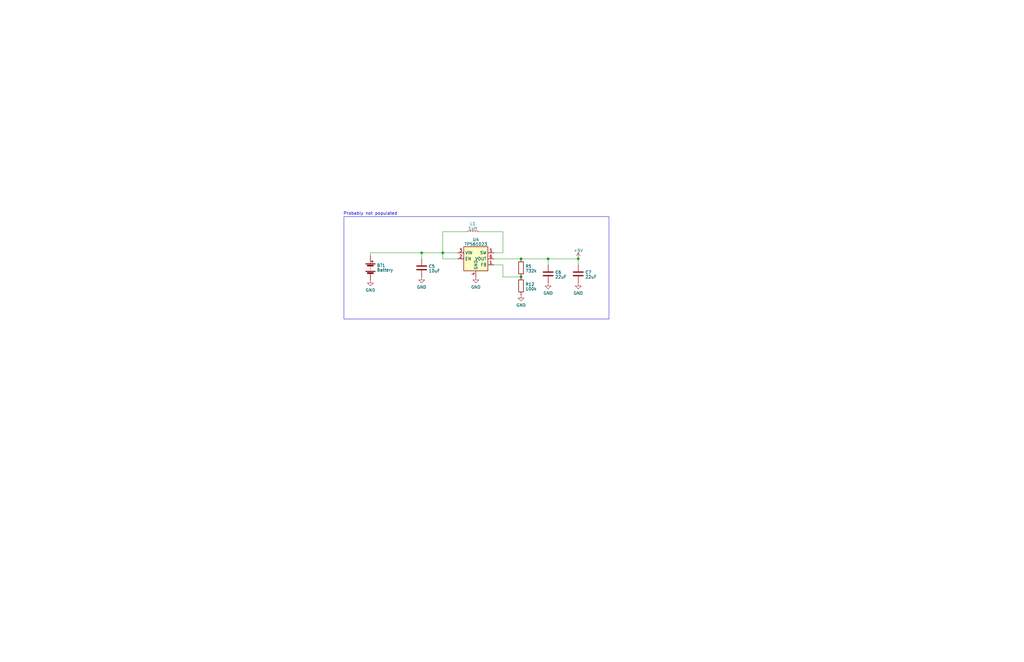
<source format=kicad_sch>
(kicad_sch (version 20230121) (generator eeschema)
  (paper "USLedger")
  (title_block (title "DC31 Syth Badge") (date "2023-05-25") (rev "1.0") (company "DCZia") (comment 1 "@hamster"))
  (lib_symbols
    (symbol "Device:Battery" (pin_numbers hide) (pin_names (offset 0) hide)
      (property "Reference" "BT" (at 2.54 2.54 0))
      (property "Value" "Battery" (at 2.54 0 0))
      (symbol "Battery_0_1"
        (rectangle (start -2.032 -1.397) (end 2.032 -1.651) (fill (type outline)))
        (rectangle (start -2.032 1.778) (end 2.032 1.524) (fill (type outline)))
        (rectangle (start -1.3208 -1.9812) (end 1.27 -2.4892) (fill (type outline)))
        (rectangle (start -1.3208 1.1938) (end 1.27 0.6858) (fill (type outline)))
        (polyline (pts (xy 0 -1.524) (xy 0 -1.27)))
        (polyline (pts (xy 0 -1.016) (xy 0 -0.762)))
        (polyline (pts (xy 0 -0.508) (xy 0 -0.254)))
        (polyline (pts (xy 0 0) (xy 0 0.254)))
        (polyline (pts (xy 0 0.508) (xy 0 0.762)))
        (polyline (pts (xy 0 1.778) (xy 0 2.54)))
        (polyline (pts (xy 0.254 2.667) (xy 1.27 2.667)) (stroke (width 0.254)))
        (polyline (pts (xy 0.762 3.175) (xy 0.762 2.159)) (stroke (width 0.254)))
      )
      (symbol "Battery_1_1"
        (pin passive line (at 0 5.08 270) (length 2.54) (name "+") (number "1"))
        (pin passive line (at 0 -5.08 90) (length 2.54) (name "-") (number "2"))
      )
    )
    (symbol "Device:C" (pin_numbers hide) (pin_names (offset 0.254))
      (property "Reference" "C" (at 0.635 2.54 0))
      (property "Value" "C" (at 0.635 -2.54 0))
      (symbol "C_0_1"
        (polyline (pts (xy -2.032 -0.762) (xy 2.032 -0.762)) (stroke (width 0.508)))
        (polyline (pts (xy -2.032 0.762) (xy 2.032 0.762)) (stroke (width 0.508)))
      )
      (symbol "C_1_1"
        (pin passive line (at 0 3.81 270) (length 2.794) (name "~") (number "1"))
        (pin passive line (at 0 -3.81 90) (length 2.794) (name "~") (number "2"))
      )
    )
    (symbol "Device:L_Small" (pin_numbers hide) (pin_names (offset 0.254) hide)
      (property "Reference" "L" (at 0.762 1.016 0))
      (property "Value" "L_Small" (at 0.762 -1.016 0))
      (symbol "L_Small_0_1"
        (arc (start 0 -2.032) (mid 0.5058 -1.524) (end 0 -1.016))
        (arc (start 0 -1.016) (mid 0.5058 -0.508) (end 0 0))
        (arc (start 0 0) (mid 0.5058 0.508) (end 0 1.016))
        (arc (start 0 1.016) (mid 0.5058 1.524) (end 0 2.032))
      )
      (symbol "L_Small_1_1"
        (pin passive line (at 0 2.54 270) (length 0.508) (name "~") (number "1"))
        (pin passive line (at 0 -2.54 90) (length 0.508) (name "~") (number "2"))
      )
    )
    (symbol "Device:R" (pin_numbers hide) (pin_names (offset 0))
      (property "Reference" "R" (at 2.032 0 90))
      (property "Value" "R" (at 0 0 90))
      (symbol "R_0_1"
        (rectangle (start -1.016 -2.54) (end 1.016 2.54) (stroke (width 0.254)))
      )
      (symbol "R_1_1"
        (pin passive line (at 0 3.81 270) (length 1.27) (name "~") (number "1"))
        (pin passive line (at 0 -3.81 90) (length 1.27) (name "~") (number "2"))
      )
    )
    (symbol "TPS61023:TPS61023"
      (property "Reference" "U" (at -5.08 6.35 0))
      (property "Value" "TPS61023" (at 0 6.35 0))
      (symbol "TPS61023_0_1"
        (rectangle (start -5.08 5.08) (end 5.08 -5.08) (stroke (width 0.254)) (fill (type background)))
      )
      (symbol "TPS61023_1_1"
        (pin input line (at 7.62 -2.54 180) (length 2.54) (name "FB") (number "1"))
        (pin input line (at -7.62 0 0) (length 2.54) (name "EN") (number "2"))
        (pin power_in line (at -7.62 2.54 0) (length 2.54) (name "VIN") (number "3"))
        (pin power_in line (at 0 -7.62 90) (length 2.54) (name "GND") (number "4"))
        (pin output line (at 7.62 2.54 180) (length 2.54) (name "SW") (number "5"))
        (pin power_out line (at 7.62 0 180) (length 2.54) (name "VOUT") (number "6"))
      )
    )
    (symbol "power:+5V" (power) (pin_names (offset 0))
      (property "Value" "+5V" (at 0 3.556 0))
      (symbol "+5V_0_1"
        (polyline (pts (xy -0.762 1.27) (xy 0 2.54)))
        (polyline (pts (xy 0 0) (xy 0 2.54)))
        (polyline (pts (xy 0 2.54) (xy 0.762 1.27)))
      )
      (symbol "+5V_1_1"
        (pin power_in line (at 0 0 90) (length 0) hide (name "+5V") (number "1"))
      )
    )
    (symbol "power:GND" (power) (pin_names (offset 0))
      (property "Value" "GND" (at 0 -3.81 0))
      (symbol "GND_0_1"
        (polyline (pts (xy 0 0) (xy 0 -1.27) (xy 1.27 -1.27) (xy 0 -2.54) (xy -1.27 -1.27) (xy 0 -1.27)))
      )
      (symbol "GND_1_1"
        (pin power_in line (at 0 0 270) (length 0) hide (name "GND") (number "1"))
      )
    )
  )
  (junction (at 231.14 109.22))
  (junction (at 219.71 109.22))
  (junction (at 243.84 109.22))
  (junction (at 219.71 116.84))
  (junction (at 186.69 106.68))
  (junction (at 177.8 106.68))
  (wire (pts (xy 212.09 106.68) (xy 208.28 106.68)))
  (wire (pts (xy 231.14 111.76) (xy 231.14 109.22)))
  (wire (pts (xy 193.04 109.22) (xy 186.69 109.22)))
  (wire (pts (xy 156.21 106.68) (xy 177.8 106.68)))
  (wire (pts (xy 201.93 97.79) (xy 212.09 97.79)))
  (wire (pts (xy 196.85 97.79) (xy 186.69 97.79)))
  (wire (pts (xy 186.69 109.22) (xy 186.69 106.68)))
  (wire (pts (xy 208.28 109.22) (xy 219.71 109.22)))
  (wire (pts (xy 212.09 116.84) (xy 219.71 116.84)))
  (wire (pts (xy 212.09 97.79) (xy 212.09 106.68)))
  (wire (pts (xy 186.69 97.79) (xy 186.69 106.68)))
  (wire (pts (xy 193.04 106.68) (xy 186.69 106.68)))
  (wire (pts (xy 243.84 109.22) (xy 231.14 109.22)))
  (wire (pts (xy 177.8 106.68) (xy 177.8 109.22)))
  (wire (pts (xy 231.14 109.22) (xy 219.71 109.22)))
  (wire (pts (xy 243.84 111.76) (xy 243.84 109.22)))
  (wire (pts (xy 212.09 111.76) (xy 212.09 116.84)))
  (wire (pts (xy 156.21 107.95) (xy 156.21 106.68)))
  (wire (pts (xy 186.69 106.68) (xy 177.8 106.68)))
  (wire (pts (xy 208.28 111.76) (xy 212.09 111.76)))
  (rectangle (start 145.034 91.44) (end 256.794 134.62))
  (text "Probably not populated" (at 144.78 90.932 0) (effects (font (size 1.27 1.27)) (justify left bottom)))
  (symbol (lib_id "power:+5V") (at 243.84 109.22 0) (unit 1)
    (property "Reference" "#PWR018" (effects hide))
    (property "Value" "+5V" (at 243.84 105.7181 0))
  )
  (symbol (lib_id "Device:C") (at 231.14 115.57 0) (unit 1)
    (property "Reference" "C6" (at 234.061 114.9263 0) (effects (justify left)))
    (property "Value" "22uF" (at 234.061 116.8473 0) (effects (justify left)))
  )
  (symbol (lib_id "Device:C") (at 177.8 113.03 0) (unit 1)
    (property "Reference" "C5" (at 180.721 112.3863 0) (effects (justify left)))
    (property "Value" "10uF" (at 180.721 114.3073 0) (effects (justify left)))
  )
  (symbol (lib_id "Device:C") (at 243.84 115.57 0) (unit 1)
    (property "Reference" "C7" (at 246.761 114.9263 0) (effects (justify left)))
    (property "Value" "22uF" (at 246.761 116.8473 0) (effects (justify left)))
  )
  (symbol (lib_id "TPS61023:TPS61023") (at 200.66 109.22 0) (unit 1)
    (property "Reference" "U4" (at 200.66 101.1301 0))
    (property "Value" "TPS61023" (at 200.66 103.0511 0))
    (property "Footprint" "Package_TO_SOT_SMD:SOT-563" (effects hide))
    (property "Datasheet" "https://www.ti.com/general/docs/suppproductinfo.tsp?distId=26&gotoUrl=https://www.ti.com/lit/gpn/tps61023" (effects hide))
  )
  (symbol (lib_id "Device:L_Small") (at 199.39 97.79 90) (unit 1)
    (property "Reference" "L1" (at 199.39 94.4013 90))
    (property "Value" "1uH" (at 199.39 96.3223 90))
  )
  (symbol (lib_id "power:GND") (at 177.8 116.84 0) (unit 1)
    (property "Reference" "#PWR014" (effects hide))
    (property "Value" "GND" (at 177.8 121.1644 0))
  )
  (symbol (lib_id "power:GND") (at 231.14 119.38 0) (unit 1)
    (property "Reference" "#PWR016" (effects hide))
    (property "Value" "GND" (at 231.14 123.7044 0))
  )
  (symbol (lib_id "power:GND") (at 200.66 116.84 0) (unit 1)
    (property "Reference" "#PWR012" (effects hide))
    (property "Value" "GND" (at 200.66 121.1644 0))
  )
  (symbol (lib_id "power:GND") (at 219.71 124.46 0) (unit 1)
    (property "Reference" "#PWR013" (effects hide))
    (property "Value" "GND" (at 219.71 128.7844 0))
  )
  (symbol (lib_id "power:GND") (at 156.21 118.11 0) (unit 1)
    (property "Reference" "#PWR01" (effects hide))
    (property "Value" "GND" (at 156.21 122.4344 0))
  )
  (symbol (lib_id "Device:Battery") (at 156.21 113.03 0) (unit 1)
    (property "Reference" "BT1" (at 158.877 112.0053 0) (effects (justify left)))
    (property "Value" "Battery" (at 158.877 113.9263 0) (effects (justify left)))
  )
  (symbol (lib_id "power:GND") (at 243.84 119.38 0) (unit 1)
    (property "Reference" "#PWR017" (effects hide))
    (property "Value" "GND" (at 243.84 123.7044 0))
  )
  (symbol (lib_id "Device:R") (at 219.71 113.03 0) (unit 1)
    (property "Reference" "R5" (at 221.488 112.3863 0) (effects (justify left)))
    (property "Value" "732k" (at 221.488 114.3073 0) (effects (justify left)))
  )
  (symbol (lib_id "Device:R") (at 219.71 120.65 0) (unit 1)
    (property "Reference" "R12" (at 221.488 120.0063 0) (effects (justify left)))
    (property "Value" "100k" (at 221.488 121.9273 0) (effects (justify left)))
  )
)
</source>
